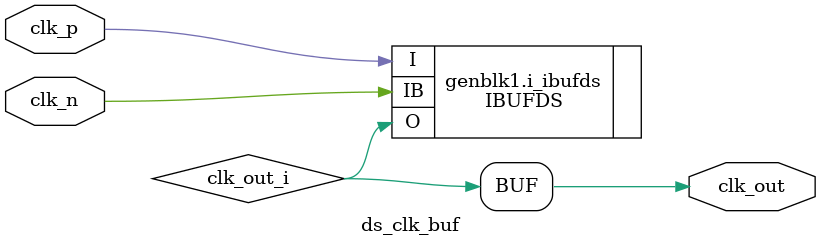
<source format=v>
module ds_clk_buf #(
   parameter GTX = 0,    // When used to feed a GTX, IBUFDS_GTE2 must be used
   parameter USE_BUF = 0 // 0 - No buffer
                         // 1 - BUFG
                         // 2 - BUFH
)(
   input  clk_p,
   input  clk_n,
   output clk_out
);

   wire clk_out_i;

`ifndef SIMULATE

   generate
      if (GTX == 0) begin
         IBUFDS i_ibufds (
            .O     (clk_out_i),
            .I     (clk_p),
            .IB    (clk_n)
         );
      end else begin
         IBUFDS_GTE2 i_ibufds_gte2 (
            .O     (clk_out_i),
            .ODIV2 (),
            .I     (clk_p),
            .IB    (clk_n),
            .CEB   (1'b0)
         );
      end
   endgenerate
`else
   assign clk_out = clk_p;
`endif

   generate
      if (USE_BUF == 0) begin
         assign clk_out = clk_out_i;
      end else if (USE_BUF == 1) begin
         BUFG refclk_buf(
            .O (clk_out),
            .I (clk_out_i)
         );
      end else begin
         BUFH refclk_buf (
            .O (clk_out),
            .I (clk_out_i)
         );
      end
   endgenerate

endmodule

</source>
